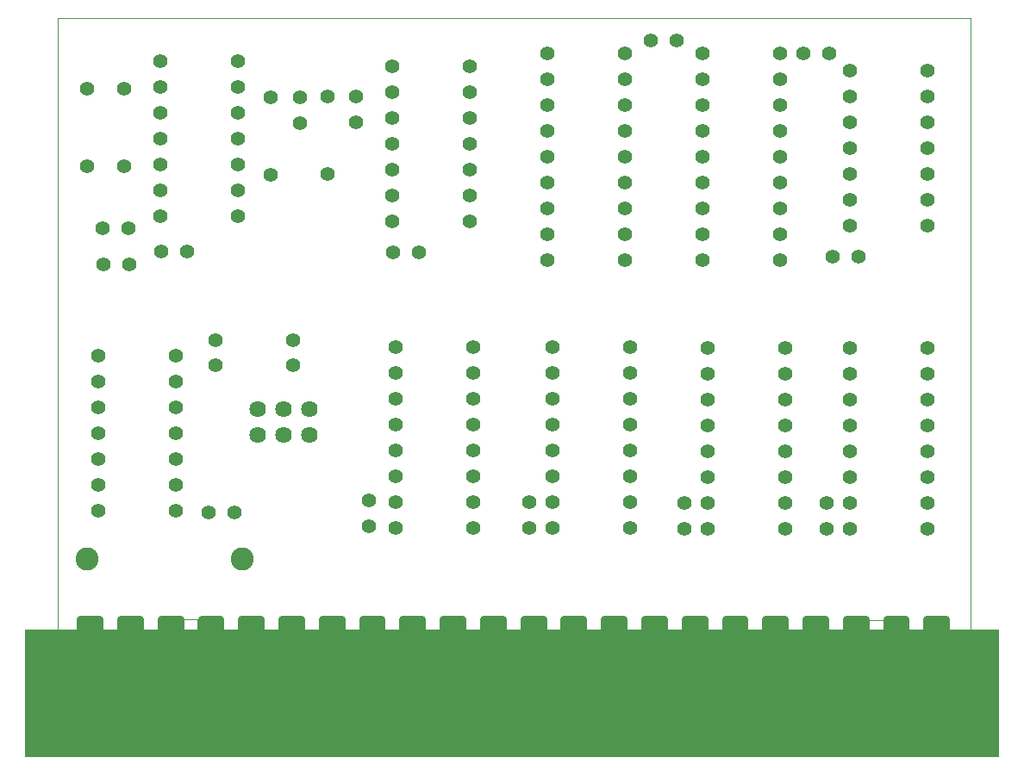
<source format=gbs>
G75*
%MOIN*%
%OFA0B0*%
%FSLAX25Y25*%
%IPPOS*%
%LPD*%
%AMOC8*
5,1,8,0,0,1.08239X$1,22.5*
%
%ADD10C,0.00000*%
%ADD11R,3.77165X0.49606*%
%ADD12C,0.05600*%
%ADD13C,0.08900*%
%ADD14C,0.06400*%
%ADD15C,0.03120*%
D10*
X0026198Y0007776D02*
X0030135Y0003874D01*
X0074623Y0003874D01*
X0074623Y0054661D01*
X0080135Y0054661D01*
X0080135Y0003874D01*
X0339583Y0003874D01*
X0339583Y0054268D01*
X0345489Y0054268D01*
X0345489Y0003874D01*
X0376198Y0003874D01*
X0378954Y0006630D01*
X0378954Y0053087D01*
X0378954Y0052969D02*
X0378954Y0287067D01*
X0026198Y0287067D01*
X0026198Y0053575D01*
X0026198Y0053776D02*
X0026198Y0007776D01*
D11*
X0201788Y0025803D03*
D12*
X0208300Y0089969D03*
X0217300Y0089969D03*
X0217300Y0099969D03*
X0208300Y0099969D03*
X0217300Y0109969D03*
X0217300Y0119969D03*
X0217300Y0129969D03*
X0217300Y0139969D03*
X0217300Y0149969D03*
X0217300Y0159969D03*
X0247300Y0159969D03*
X0247300Y0149969D03*
X0247300Y0139969D03*
X0247300Y0129969D03*
X0247300Y0119969D03*
X0247300Y0109969D03*
X0247300Y0099969D03*
X0247300Y0089969D03*
X0268300Y0089469D03*
X0277300Y0089469D03*
X0277300Y0099469D03*
X0268300Y0099469D03*
X0277300Y0109469D03*
X0277300Y0119469D03*
X0277300Y0129469D03*
X0277300Y0139469D03*
X0277300Y0149469D03*
X0277300Y0159469D03*
X0307300Y0159469D03*
X0307300Y0149469D03*
X0307300Y0139469D03*
X0307300Y0129469D03*
X0307300Y0119469D03*
X0307300Y0109469D03*
X0307300Y0099469D03*
X0307300Y0089469D03*
X0323300Y0089469D03*
X0332300Y0089469D03*
X0332300Y0099469D03*
X0323300Y0099469D03*
X0332300Y0109469D03*
X0332300Y0119469D03*
X0332300Y0129469D03*
X0332300Y0139469D03*
X0332300Y0149469D03*
X0332300Y0159469D03*
X0362300Y0159469D03*
X0362300Y0149469D03*
X0362300Y0139469D03*
X0362300Y0129469D03*
X0362300Y0119469D03*
X0362300Y0109469D03*
X0362300Y0099469D03*
X0362300Y0089469D03*
X0305300Y0193469D03*
X0305300Y0203469D03*
X0305300Y0213469D03*
X0305300Y0223469D03*
X0305300Y0233469D03*
X0305300Y0243469D03*
X0305300Y0253469D03*
X0305300Y0263469D03*
X0305300Y0273469D03*
X0314300Y0273469D03*
X0324300Y0273469D03*
X0332300Y0266969D03*
X0332300Y0256969D03*
X0332300Y0246969D03*
X0332300Y0236969D03*
X0332300Y0226969D03*
X0332300Y0216969D03*
X0332300Y0206969D03*
X0335800Y0194969D03*
X0325800Y0194969D03*
X0362300Y0206969D03*
X0362300Y0216969D03*
X0362300Y0226969D03*
X0362300Y0236969D03*
X0362300Y0246969D03*
X0362300Y0256969D03*
X0362300Y0266969D03*
X0275300Y0263469D03*
X0275300Y0273469D03*
X0265300Y0278469D03*
X0255300Y0278469D03*
X0245300Y0273469D03*
X0245300Y0263469D03*
X0245300Y0253469D03*
X0245300Y0243469D03*
X0245300Y0233469D03*
X0245300Y0223469D03*
X0245300Y0213469D03*
X0245300Y0203469D03*
X0245300Y0193469D03*
X0275300Y0193469D03*
X0275300Y0203469D03*
X0275300Y0213469D03*
X0275300Y0223469D03*
X0275300Y0233469D03*
X0275300Y0243469D03*
X0275300Y0253469D03*
X0215300Y0253469D03*
X0215300Y0263469D03*
X0215300Y0273469D03*
X0185300Y0268469D03*
X0185300Y0258469D03*
X0185300Y0248469D03*
X0185300Y0238469D03*
X0185300Y0228469D03*
X0185300Y0218469D03*
X0185300Y0208469D03*
X0165800Y0196469D03*
X0155800Y0196469D03*
X0155300Y0208469D03*
X0155300Y0218469D03*
X0155300Y0228469D03*
X0155300Y0238469D03*
X0155300Y0248469D03*
X0155300Y0258469D03*
X0155300Y0268469D03*
X0141300Y0256969D03*
X0141300Y0246969D03*
X0130300Y0256969D03*
X0119800Y0256469D03*
X0119800Y0246469D03*
X0108300Y0256469D03*
X0095800Y0260469D03*
X0095800Y0270469D03*
X0095800Y0250469D03*
X0095800Y0240469D03*
X0095800Y0230469D03*
X0095800Y0220469D03*
X0095800Y0210469D03*
X0076087Y0196969D03*
X0066087Y0196969D03*
X0053800Y0191969D03*
X0043800Y0191969D03*
X0043300Y0205969D03*
X0053300Y0205969D03*
X0065800Y0210469D03*
X0065800Y0220469D03*
X0065800Y0230469D03*
X0065800Y0240469D03*
X0065800Y0250469D03*
X0065800Y0260469D03*
X0065800Y0270469D03*
X0051800Y0259969D03*
X0037300Y0259969D03*
X0037300Y0229969D03*
X0051800Y0229969D03*
X0108300Y0226469D03*
X0130300Y0226969D03*
X0117182Y0162417D03*
X0117182Y0152969D03*
X0087182Y0152969D03*
X0087182Y0162417D03*
X0071800Y0156469D03*
X0071800Y0146469D03*
X0071800Y0136469D03*
X0071800Y0126469D03*
X0071800Y0116469D03*
X0071800Y0106469D03*
X0071800Y0096469D03*
X0084300Y0095969D03*
X0094300Y0095969D03*
X0146300Y0100469D03*
X0156800Y0099969D03*
X0156800Y0109969D03*
X0156800Y0119969D03*
X0156800Y0129969D03*
X0156800Y0139969D03*
X0156800Y0149969D03*
X0156800Y0159969D03*
X0186800Y0159969D03*
X0186800Y0149969D03*
X0186800Y0139969D03*
X0186800Y0129969D03*
X0186800Y0119969D03*
X0186800Y0109969D03*
X0186800Y0099969D03*
X0186800Y0089969D03*
X0156800Y0089969D03*
X0146300Y0090469D03*
X0041800Y0096469D03*
X0041800Y0106469D03*
X0041800Y0116469D03*
X0041800Y0126469D03*
X0041800Y0136469D03*
X0041800Y0146469D03*
X0041800Y0156469D03*
X0215300Y0193469D03*
X0215300Y0203469D03*
X0215300Y0213469D03*
X0215300Y0223469D03*
X0215300Y0233469D03*
X0215300Y0243469D03*
D13*
X0097300Y0077969D03*
X0037300Y0077969D03*
D14*
X0103300Y0125969D03*
X0113300Y0125969D03*
X0113300Y0135969D03*
X0103300Y0135969D03*
X0123300Y0135969D03*
X0123300Y0125969D03*
D15*
X0120079Y0037281D02*
X0112799Y0037281D01*
X0112799Y0054561D01*
X0120079Y0054561D01*
X0120079Y0037281D01*
X0120079Y0040400D02*
X0112799Y0040400D01*
X0112799Y0043519D02*
X0120079Y0043519D01*
X0120079Y0046638D02*
X0112799Y0046638D01*
X0112799Y0049757D02*
X0120079Y0049757D01*
X0120079Y0052876D02*
X0112799Y0052876D01*
X0104488Y0037281D02*
X0097208Y0037281D01*
X0097208Y0054561D01*
X0104488Y0054561D01*
X0104488Y0037281D01*
X0104488Y0040400D02*
X0097208Y0040400D01*
X0097208Y0043519D02*
X0104488Y0043519D01*
X0104488Y0046638D02*
X0097208Y0046638D01*
X0097208Y0049757D02*
X0104488Y0049757D01*
X0104488Y0052876D02*
X0097208Y0052876D01*
X0088897Y0037281D02*
X0081617Y0037281D01*
X0081617Y0054561D01*
X0088897Y0054561D01*
X0088897Y0037281D01*
X0088897Y0040400D02*
X0081617Y0040400D01*
X0081617Y0043519D02*
X0088897Y0043519D01*
X0088897Y0046638D02*
X0081617Y0046638D01*
X0081617Y0049757D02*
X0088897Y0049757D01*
X0088897Y0052876D02*
X0081617Y0052876D01*
X0073307Y0037281D02*
X0066027Y0037281D01*
X0066027Y0054561D01*
X0073307Y0054561D01*
X0073307Y0037281D01*
X0073307Y0040400D02*
X0066027Y0040400D01*
X0066027Y0043519D02*
X0073307Y0043519D01*
X0073307Y0046638D02*
X0066027Y0046638D01*
X0066027Y0049757D02*
X0073307Y0049757D01*
X0073307Y0052876D02*
X0066027Y0052876D01*
X0057716Y0037281D02*
X0050436Y0037281D01*
X0050436Y0054561D01*
X0057716Y0054561D01*
X0057716Y0037281D01*
X0057716Y0040400D02*
X0050436Y0040400D01*
X0050436Y0043519D02*
X0057716Y0043519D01*
X0057716Y0046638D02*
X0050436Y0046638D01*
X0050436Y0049757D02*
X0057716Y0049757D01*
X0057716Y0052876D02*
X0050436Y0052876D01*
X0042126Y0037281D02*
X0034846Y0037281D01*
X0034846Y0054561D01*
X0042126Y0054561D01*
X0042126Y0037281D01*
X0042126Y0040400D02*
X0034846Y0040400D01*
X0034846Y0043519D02*
X0042126Y0043519D01*
X0042126Y0046638D02*
X0034846Y0046638D01*
X0034846Y0049757D02*
X0042126Y0049757D01*
X0042126Y0052876D02*
X0034846Y0052876D01*
X0128389Y0037281D02*
X0135669Y0037281D01*
X0128389Y0037281D02*
X0128389Y0054561D01*
X0135669Y0054561D01*
X0135669Y0037281D01*
X0135669Y0040400D02*
X0128389Y0040400D01*
X0128389Y0043519D02*
X0135669Y0043519D01*
X0135669Y0046638D02*
X0128389Y0046638D01*
X0128389Y0049757D02*
X0135669Y0049757D01*
X0135669Y0052876D02*
X0128389Y0052876D01*
X0143980Y0037281D02*
X0151260Y0037281D01*
X0143980Y0037281D02*
X0143980Y0054561D01*
X0151260Y0054561D01*
X0151260Y0037281D01*
X0151260Y0040400D02*
X0143980Y0040400D01*
X0143980Y0043519D02*
X0151260Y0043519D01*
X0151260Y0046638D02*
X0143980Y0046638D01*
X0143980Y0049757D02*
X0151260Y0049757D01*
X0151260Y0052876D02*
X0143980Y0052876D01*
X0159570Y0037281D02*
X0166850Y0037281D01*
X0159570Y0037281D02*
X0159570Y0054561D01*
X0166850Y0054561D01*
X0166850Y0037281D01*
X0166850Y0040400D02*
X0159570Y0040400D01*
X0159570Y0043519D02*
X0166850Y0043519D01*
X0166850Y0046638D02*
X0159570Y0046638D01*
X0159570Y0049757D02*
X0166850Y0049757D01*
X0166850Y0052876D02*
X0159570Y0052876D01*
X0175161Y0037281D02*
X0182441Y0037281D01*
X0175161Y0037281D02*
X0175161Y0054561D01*
X0182441Y0054561D01*
X0182441Y0037281D01*
X0182441Y0040400D02*
X0175161Y0040400D01*
X0175161Y0043519D02*
X0182441Y0043519D01*
X0182441Y0046638D02*
X0175161Y0046638D01*
X0175161Y0049757D02*
X0182441Y0049757D01*
X0182441Y0052876D02*
X0175161Y0052876D01*
X0190751Y0037281D02*
X0198031Y0037281D01*
X0190751Y0037281D02*
X0190751Y0054561D01*
X0198031Y0054561D01*
X0198031Y0037281D01*
X0198031Y0040400D02*
X0190751Y0040400D01*
X0190751Y0043519D02*
X0198031Y0043519D01*
X0198031Y0046638D02*
X0190751Y0046638D01*
X0190751Y0049757D02*
X0198031Y0049757D01*
X0198031Y0052876D02*
X0190751Y0052876D01*
X0206342Y0037281D02*
X0213622Y0037281D01*
X0206342Y0037281D02*
X0206342Y0054561D01*
X0213622Y0054561D01*
X0213622Y0037281D01*
X0213622Y0040400D02*
X0206342Y0040400D01*
X0206342Y0043519D02*
X0213622Y0043519D01*
X0213622Y0046638D02*
X0206342Y0046638D01*
X0206342Y0049757D02*
X0213622Y0049757D01*
X0213622Y0052876D02*
X0206342Y0052876D01*
X0221932Y0037281D02*
X0229212Y0037281D01*
X0221932Y0037281D02*
X0221932Y0054561D01*
X0229212Y0054561D01*
X0229212Y0037281D01*
X0229212Y0040400D02*
X0221932Y0040400D01*
X0221932Y0043519D02*
X0229212Y0043519D01*
X0229212Y0046638D02*
X0221932Y0046638D01*
X0221932Y0049757D02*
X0229212Y0049757D01*
X0229212Y0052876D02*
X0221932Y0052876D01*
X0237523Y0037281D02*
X0244803Y0037281D01*
X0237523Y0037281D02*
X0237523Y0054561D01*
X0244803Y0054561D01*
X0244803Y0037281D01*
X0244803Y0040400D02*
X0237523Y0040400D01*
X0237523Y0043519D02*
X0244803Y0043519D01*
X0244803Y0046638D02*
X0237523Y0046638D01*
X0237523Y0049757D02*
X0244803Y0049757D01*
X0244803Y0052876D02*
X0237523Y0052876D01*
X0253114Y0037281D02*
X0260394Y0037281D01*
X0253114Y0037281D02*
X0253114Y0054561D01*
X0260394Y0054561D01*
X0260394Y0037281D01*
X0260394Y0040400D02*
X0253114Y0040400D01*
X0253114Y0043519D02*
X0260394Y0043519D01*
X0260394Y0046638D02*
X0253114Y0046638D01*
X0253114Y0049757D02*
X0260394Y0049757D01*
X0260394Y0052876D02*
X0253114Y0052876D01*
X0268704Y0037281D02*
X0275984Y0037281D01*
X0268704Y0037281D02*
X0268704Y0054561D01*
X0275984Y0054561D01*
X0275984Y0037281D01*
X0275984Y0040400D02*
X0268704Y0040400D01*
X0268704Y0043519D02*
X0275984Y0043519D01*
X0275984Y0046638D02*
X0268704Y0046638D01*
X0268704Y0049757D02*
X0275984Y0049757D01*
X0275984Y0052876D02*
X0268704Y0052876D01*
X0284295Y0037281D02*
X0291575Y0037281D01*
X0284295Y0037281D02*
X0284295Y0054561D01*
X0291575Y0054561D01*
X0291575Y0037281D01*
X0291575Y0040400D02*
X0284295Y0040400D01*
X0284295Y0043519D02*
X0291575Y0043519D01*
X0291575Y0046638D02*
X0284295Y0046638D01*
X0284295Y0049757D02*
X0291575Y0049757D01*
X0291575Y0052876D02*
X0284295Y0052876D01*
X0299885Y0037281D02*
X0307165Y0037281D01*
X0299885Y0037281D02*
X0299885Y0054561D01*
X0307165Y0054561D01*
X0307165Y0037281D01*
X0307165Y0040400D02*
X0299885Y0040400D01*
X0299885Y0043519D02*
X0307165Y0043519D01*
X0307165Y0046638D02*
X0299885Y0046638D01*
X0299885Y0049757D02*
X0307165Y0049757D01*
X0307165Y0052876D02*
X0299885Y0052876D01*
X0315476Y0037281D02*
X0322756Y0037281D01*
X0315476Y0037281D02*
X0315476Y0054561D01*
X0322756Y0054561D01*
X0322756Y0037281D01*
X0322756Y0040400D02*
X0315476Y0040400D01*
X0315476Y0043519D02*
X0322756Y0043519D01*
X0322756Y0046638D02*
X0315476Y0046638D01*
X0315476Y0049757D02*
X0322756Y0049757D01*
X0322756Y0052876D02*
X0315476Y0052876D01*
X0331066Y0037281D02*
X0338346Y0037281D01*
X0331066Y0037281D02*
X0331066Y0054561D01*
X0338346Y0054561D01*
X0338346Y0037281D01*
X0338346Y0040400D02*
X0331066Y0040400D01*
X0331066Y0043519D02*
X0338346Y0043519D01*
X0338346Y0046638D02*
X0331066Y0046638D01*
X0331066Y0049757D02*
X0338346Y0049757D01*
X0338346Y0052876D02*
X0331066Y0052876D01*
X0346657Y0037281D02*
X0353937Y0037281D01*
X0346657Y0037281D02*
X0346657Y0054561D01*
X0353937Y0054561D01*
X0353937Y0037281D01*
X0353937Y0040400D02*
X0346657Y0040400D01*
X0346657Y0043519D02*
X0353937Y0043519D01*
X0353937Y0046638D02*
X0346657Y0046638D01*
X0346657Y0049757D02*
X0353937Y0049757D01*
X0353937Y0052876D02*
X0346657Y0052876D01*
X0362247Y0037281D02*
X0369527Y0037281D01*
X0362247Y0037281D02*
X0362247Y0054561D01*
X0369527Y0054561D01*
X0369527Y0037281D01*
X0369527Y0040400D02*
X0362247Y0040400D01*
X0362247Y0043519D02*
X0369527Y0043519D01*
X0369527Y0046638D02*
X0362247Y0046638D01*
X0362247Y0049757D02*
X0369527Y0049757D01*
X0369527Y0052876D02*
X0362247Y0052876D01*
M02*

</source>
